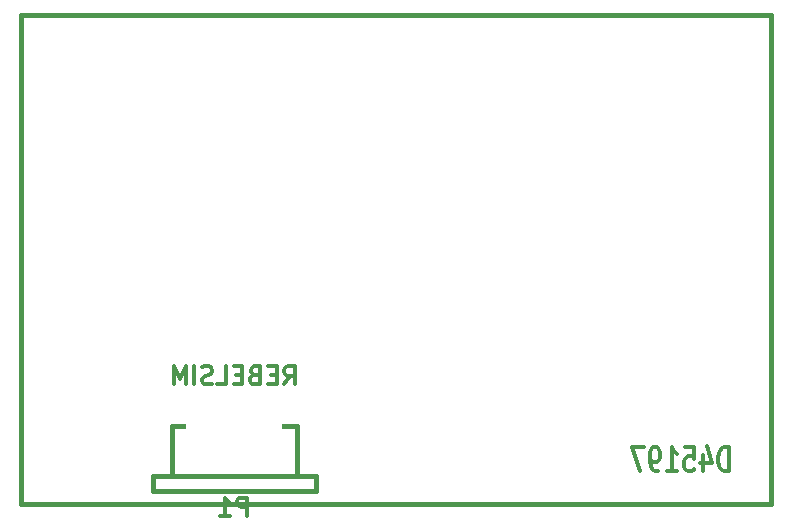
<source format=gbo>
G04 (created by PCBNEW-RS274X (2011-07-02 BZR 3034)-testing) date Sat 25 Feb 2012 03:47:28 PM CET*
G01*
G70*
G90*
%MOIN*%
G04 Gerber Fmt 3.4, Leading zero omitted, Abs format*
%FSLAX34Y34*%
G04 APERTURE LIST*
%ADD10C,0.006000*%
%ADD11C,0.012000*%
%ADD12C,0.015000*%
%ADD13C,0.106600*%
%ADD14C,0.149900*%
%ADD15C,0.080000*%
%ADD16R,0.043600X0.098700*%
%ADD17R,0.047600X0.185400*%
G04 APERTURE END LIST*
G54D10*
G54D11*
X47384Y-35524D02*
X47384Y-34724D01*
X47241Y-34724D01*
X47156Y-34762D01*
X47098Y-34838D01*
X47070Y-34914D01*
X47041Y-35067D01*
X47041Y-35181D01*
X47070Y-35333D01*
X47098Y-35410D01*
X47156Y-35486D01*
X47241Y-35524D01*
X47384Y-35524D01*
X46527Y-34990D02*
X46527Y-35524D01*
X46670Y-34686D02*
X46813Y-35257D01*
X46441Y-35257D01*
X45927Y-34724D02*
X46213Y-34724D01*
X46242Y-35105D01*
X46213Y-35067D01*
X46156Y-35029D01*
X46013Y-35029D01*
X45956Y-35067D01*
X45927Y-35105D01*
X45899Y-35181D01*
X45899Y-35371D01*
X45927Y-35448D01*
X45956Y-35486D01*
X46013Y-35524D01*
X46156Y-35524D01*
X46213Y-35486D01*
X46242Y-35448D01*
X45328Y-35524D02*
X45671Y-35524D01*
X45499Y-35524D02*
X45499Y-34724D01*
X45556Y-34838D01*
X45614Y-34914D01*
X45671Y-34952D01*
X45043Y-35524D02*
X44928Y-35524D01*
X44871Y-35486D01*
X44843Y-35448D01*
X44785Y-35333D01*
X44757Y-35181D01*
X44757Y-34876D01*
X44785Y-34800D01*
X44814Y-34762D01*
X44871Y-34724D01*
X44985Y-34724D01*
X45043Y-34762D01*
X45071Y-34800D01*
X45100Y-34876D01*
X45100Y-35067D01*
X45071Y-35143D01*
X45043Y-35181D01*
X44985Y-35219D01*
X44871Y-35219D01*
X44814Y-35181D01*
X44785Y-35143D01*
X44757Y-35067D01*
X44557Y-34724D02*
X44157Y-34724D01*
X44414Y-35524D01*
G54D12*
X23800Y-20300D02*
X23800Y-36600D01*
X48800Y-20300D02*
X23800Y-20300D01*
X48800Y-36600D02*
X48800Y-20300D01*
X23800Y-36600D02*
X48800Y-36600D01*
X32987Y-35693D02*
X32987Y-34000D01*
X32987Y-34000D02*
X28813Y-34000D01*
X28813Y-34000D02*
X28813Y-35693D01*
X33617Y-36165D02*
X33617Y-35693D01*
X28183Y-36165D02*
X28183Y-35693D01*
X33617Y-36165D02*
X28183Y-36165D01*
X28183Y-35693D02*
X33617Y-35693D01*
G54D11*
X31342Y-36999D02*
X31342Y-36399D01*
X31114Y-36399D01*
X31056Y-36427D01*
X31028Y-36456D01*
X30999Y-36513D01*
X30999Y-36599D01*
X31028Y-36656D01*
X31056Y-36685D01*
X31114Y-36713D01*
X31342Y-36713D01*
X30428Y-36999D02*
X30771Y-36999D01*
X30599Y-36999D02*
X30599Y-36399D01*
X30656Y-36485D01*
X30714Y-36542D01*
X30771Y-36570D01*
X32571Y-32629D02*
X32771Y-32343D01*
X32914Y-32629D02*
X32914Y-32029D01*
X32686Y-32029D01*
X32628Y-32057D01*
X32600Y-32086D01*
X32571Y-32143D01*
X32571Y-32229D01*
X32600Y-32286D01*
X32628Y-32315D01*
X32686Y-32343D01*
X32914Y-32343D01*
X32314Y-32315D02*
X32114Y-32315D01*
X32028Y-32629D02*
X32314Y-32629D01*
X32314Y-32029D01*
X32028Y-32029D01*
X31571Y-32315D02*
X31485Y-32343D01*
X31457Y-32372D01*
X31428Y-32429D01*
X31428Y-32515D01*
X31457Y-32572D01*
X31485Y-32600D01*
X31543Y-32629D01*
X31771Y-32629D01*
X31771Y-32029D01*
X31571Y-32029D01*
X31514Y-32057D01*
X31485Y-32086D01*
X31457Y-32143D01*
X31457Y-32200D01*
X31485Y-32257D01*
X31514Y-32286D01*
X31571Y-32315D01*
X31771Y-32315D01*
X31171Y-32315D02*
X30971Y-32315D01*
X30885Y-32629D02*
X31171Y-32629D01*
X31171Y-32029D01*
X30885Y-32029D01*
X30342Y-32629D02*
X30628Y-32629D01*
X30628Y-32029D01*
X30171Y-32600D02*
X30085Y-32629D01*
X29942Y-32629D01*
X29885Y-32600D01*
X29856Y-32572D01*
X29828Y-32515D01*
X29828Y-32457D01*
X29856Y-32400D01*
X29885Y-32372D01*
X29942Y-32343D01*
X30056Y-32315D01*
X30114Y-32286D01*
X30142Y-32257D01*
X30171Y-32200D01*
X30171Y-32143D01*
X30142Y-32086D01*
X30114Y-32057D01*
X30056Y-32029D01*
X29914Y-32029D01*
X29828Y-32057D01*
X29571Y-32629D02*
X29571Y-32029D01*
X29285Y-32629D02*
X29285Y-32029D01*
X29085Y-32457D01*
X28885Y-32029D01*
X28885Y-32629D01*
%LPC*%
G54D13*
X24883Y-28400D03*
X47717Y-28400D03*
G54D14*
X24883Y-24463D03*
X24883Y-32337D03*
X47717Y-24463D03*
X47717Y-32337D03*
G54D15*
X39009Y-20900D03*
X38009Y-20900D03*
X37009Y-20900D03*
X36009Y-20900D03*
X39009Y-35900D03*
X38009Y-35900D03*
X37009Y-35900D03*
X36009Y-35900D03*
X34509Y-35900D03*
X34509Y-34900D03*
G54D16*
X31884Y-33803D03*
X31491Y-33803D03*
X31097Y-33803D03*
X30703Y-33803D03*
X30309Y-33803D03*
X29916Y-33803D03*
G54D17*
X32278Y-34630D03*
X29522Y-34630D03*
M02*

</source>
